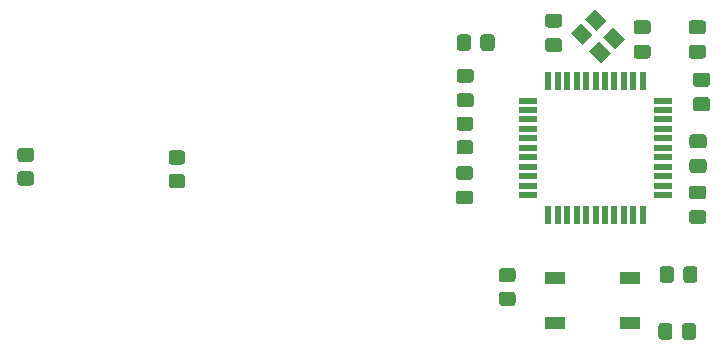
<source format=gbr>
%TF.GenerationSoftware,KiCad,Pcbnew,(5.1.10)-1*%
%TF.CreationDate,2021-11-19T23:24:49+01:00*%
%TF.ProjectId,Labbe,4c616262-652e-46b6-9963-61645f706362,rev?*%
%TF.SameCoordinates,Original*%
%TF.FileFunction,Paste,Top*%
%TF.FilePolarity,Positive*%
%FSLAX46Y46*%
G04 Gerber Fmt 4.6, Leading zero omitted, Abs format (unit mm)*
G04 Created by KiCad (PCBNEW (5.1.10)-1) date 2021-11-19 23:24:49*
%MOMM*%
%LPD*%
G01*
G04 APERTURE LIST*
%ADD10R,1.700000X1.000000*%
%ADD11R,1.500000X0.550000*%
%ADD12R,0.550000X1.500000*%
%ADD13C,0.100000*%
G04 APERTURE END LIST*
%TO.C,C1*%
G36*
G01*
X236682300Y-73968100D02*
X235732300Y-73968100D01*
G75*
G02*
X235482300Y-73718100I0J250000D01*
G01*
X235482300Y-73043100D01*
G75*
G02*
X235732300Y-72793100I250000J0D01*
G01*
X236682300Y-72793100D01*
G75*
G02*
X236932300Y-73043100I0J-250000D01*
G01*
X236932300Y-73718100D01*
G75*
G02*
X236682300Y-73968100I-250000J0D01*
G01*
G37*
G36*
G01*
X236682300Y-76043100D02*
X235732300Y-76043100D01*
G75*
G02*
X235482300Y-75793100I0J250000D01*
G01*
X235482300Y-75118100D01*
G75*
G02*
X235732300Y-74868100I250000J0D01*
G01*
X236682300Y-74868100D01*
G75*
G02*
X236932300Y-75118100I0J-250000D01*
G01*
X236932300Y-75793100D01*
G75*
G02*
X236682300Y-76043100I-250000J0D01*
G01*
G37*
%TD*%
%TO.C,C2*%
G36*
G01*
X229189300Y-75484300D02*
X228239300Y-75484300D01*
G75*
G02*
X227989300Y-75234300I0J250000D01*
G01*
X227989300Y-74559300D01*
G75*
G02*
X228239300Y-74309300I250000J0D01*
G01*
X229189300Y-74309300D01*
G75*
G02*
X229439300Y-74559300I0J-250000D01*
G01*
X229439300Y-75234300D01*
G75*
G02*
X229189300Y-75484300I-250000J0D01*
G01*
G37*
G36*
G01*
X229189300Y-73409300D02*
X228239300Y-73409300D01*
G75*
G02*
X227989300Y-73159300I0J250000D01*
G01*
X227989300Y-72484300D01*
G75*
G02*
X228239300Y-72234300I250000J0D01*
G01*
X229189300Y-72234300D01*
G75*
G02*
X229439300Y-72484300I0J-250000D01*
G01*
X229439300Y-73159300D01*
G75*
G02*
X229189300Y-73409300I-250000J0D01*
G01*
G37*
%TD*%
%TO.C,C3*%
G36*
G01*
X241419400Y-85711700D02*
X240469400Y-85711700D01*
G75*
G02*
X240219400Y-85461700I0J250000D01*
G01*
X240219400Y-84786700D01*
G75*
G02*
X240469400Y-84536700I250000J0D01*
G01*
X241419400Y-84536700D01*
G75*
G02*
X241669400Y-84786700I0J-250000D01*
G01*
X241669400Y-85461700D01*
G75*
G02*
X241419400Y-85711700I-250000J0D01*
G01*
G37*
G36*
G01*
X241419400Y-83636700D02*
X240469400Y-83636700D01*
G75*
G02*
X240219400Y-83386700I0J250000D01*
G01*
X240219400Y-82711700D01*
G75*
G02*
X240469400Y-82461700I250000J0D01*
G01*
X241419400Y-82461700D01*
G75*
G02*
X241669400Y-82711700I0J-250000D01*
G01*
X241669400Y-83386700D01*
G75*
G02*
X241419400Y-83636700I-250000J0D01*
G01*
G37*
%TD*%
%TO.C,C8*%
G36*
G01*
X241355900Y-76043100D02*
X240405900Y-76043100D01*
G75*
G02*
X240155900Y-75793100I0J250000D01*
G01*
X240155900Y-75118100D01*
G75*
G02*
X240405900Y-74868100I250000J0D01*
G01*
X241355900Y-74868100D01*
G75*
G02*
X241605900Y-75118100I0J-250000D01*
G01*
X241605900Y-75793100D01*
G75*
G02*
X241355900Y-76043100I-250000J0D01*
G01*
G37*
G36*
G01*
X241355900Y-73968100D02*
X240405900Y-73968100D01*
G75*
G02*
X240155900Y-73718100I0J250000D01*
G01*
X240155900Y-73043100D01*
G75*
G02*
X240405900Y-72793100I250000J0D01*
G01*
X241355900Y-72793100D01*
G75*
G02*
X241605900Y-73043100I0J-250000D01*
G01*
X241605900Y-73718100D01*
G75*
G02*
X241355900Y-73968100I-250000J0D01*
G01*
G37*
%TD*%
%TO.C,C9*%
G36*
G01*
X241711500Y-78413100D02*
X240761500Y-78413100D01*
G75*
G02*
X240511500Y-78163100I0J250000D01*
G01*
X240511500Y-77488100D01*
G75*
G02*
X240761500Y-77238100I250000J0D01*
G01*
X241711500Y-77238100D01*
G75*
G02*
X241961500Y-77488100I0J-250000D01*
G01*
X241961500Y-78163100D01*
G75*
G02*
X241711500Y-78413100I-250000J0D01*
G01*
G37*
G36*
G01*
X241711500Y-80488100D02*
X240761500Y-80488100D01*
G75*
G02*
X240511500Y-80238100I0J250000D01*
G01*
X240511500Y-79563100D01*
G75*
G02*
X240761500Y-79313100I250000J0D01*
G01*
X241711500Y-79313100D01*
G75*
G02*
X241961500Y-79563100I0J-250000D01*
G01*
X241961500Y-80238100D01*
G75*
G02*
X241711500Y-80488100I-250000J0D01*
G01*
G37*
%TD*%
%TO.C,C10*%
G36*
G01*
X220695500Y-85137500D02*
X221645500Y-85137500D01*
G75*
G02*
X221895500Y-85387500I0J-250000D01*
G01*
X221895500Y-86062500D01*
G75*
G02*
X221645500Y-86312500I-250000J0D01*
G01*
X220695500Y-86312500D01*
G75*
G02*
X220445500Y-86062500I0J250000D01*
G01*
X220445500Y-85387500D01*
G75*
G02*
X220695500Y-85137500I250000J0D01*
G01*
G37*
G36*
G01*
X220695500Y-87212500D02*
X221645500Y-87212500D01*
G75*
G02*
X221895500Y-87462500I0J-250000D01*
G01*
X221895500Y-88137500D01*
G75*
G02*
X221645500Y-88387500I-250000J0D01*
G01*
X220695500Y-88387500D01*
G75*
G02*
X220445500Y-88137500I0J250000D01*
G01*
X220445500Y-87462500D01*
G75*
G02*
X220695500Y-87212500I250000J0D01*
G01*
G37*
%TD*%
%TO.C,C11*%
G36*
G01*
X221696300Y-78082900D02*
X220746300Y-78082900D01*
G75*
G02*
X220496300Y-77832900I0J250000D01*
G01*
X220496300Y-77157900D01*
G75*
G02*
X220746300Y-76907900I250000J0D01*
G01*
X221696300Y-76907900D01*
G75*
G02*
X221946300Y-77157900I0J-250000D01*
G01*
X221946300Y-77832900D01*
G75*
G02*
X221696300Y-78082900I-250000J0D01*
G01*
G37*
G36*
G01*
X221696300Y-80157900D02*
X220746300Y-80157900D01*
G75*
G02*
X220496300Y-79907900I0J250000D01*
G01*
X220496300Y-79232900D01*
G75*
G02*
X220746300Y-78982900I250000J0D01*
G01*
X221696300Y-78982900D01*
G75*
G02*
X221946300Y-79232900I0J-250000D01*
G01*
X221946300Y-79907900D01*
G75*
G02*
X221696300Y-80157900I-250000J0D01*
G01*
G37*
%TD*%
%TO.C,C12*%
G36*
G01*
X241381300Y-90038500D02*
X240431300Y-90038500D01*
G75*
G02*
X240181300Y-89788500I0J250000D01*
G01*
X240181300Y-89113500D01*
G75*
G02*
X240431300Y-88863500I250000J0D01*
G01*
X241381300Y-88863500D01*
G75*
G02*
X241631300Y-89113500I0J-250000D01*
G01*
X241631300Y-89788500D01*
G75*
G02*
X241381300Y-90038500I-250000J0D01*
G01*
G37*
G36*
G01*
X241381300Y-87963500D02*
X240431300Y-87963500D01*
G75*
G02*
X240181300Y-87713500I0J250000D01*
G01*
X240181300Y-87038500D01*
G75*
G02*
X240431300Y-86788500I250000J0D01*
G01*
X241381300Y-86788500D01*
G75*
G02*
X241631300Y-87038500I0J-250000D01*
G01*
X241631300Y-87713500D01*
G75*
G02*
X241381300Y-87963500I-250000J0D01*
G01*
G37*
%TD*%
%TO.C,R1*%
G36*
G01*
X196361899Y-83810800D02*
X197261901Y-83810800D01*
G75*
G02*
X197511900Y-84060799I0J-249999D01*
G01*
X197511900Y-84760801D01*
G75*
G02*
X197261901Y-85010800I-249999J0D01*
G01*
X196361899Y-85010800D01*
G75*
G02*
X196111900Y-84760801I0J249999D01*
G01*
X196111900Y-84060799D01*
G75*
G02*
X196361899Y-83810800I249999J0D01*
G01*
G37*
G36*
G01*
X196361899Y-85810800D02*
X197261901Y-85810800D01*
G75*
G02*
X197511900Y-86060799I0J-249999D01*
G01*
X197511900Y-86760801D01*
G75*
G02*
X197261901Y-87010800I-249999J0D01*
G01*
X196361899Y-87010800D01*
G75*
G02*
X196111900Y-86760801I0J249999D01*
G01*
X196111900Y-86060799D01*
G75*
G02*
X196361899Y-85810800I249999J0D01*
G01*
G37*
%TD*%
%TO.C,R2*%
G36*
G01*
X184460301Y-84788300D02*
X183560299Y-84788300D01*
G75*
G02*
X183310300Y-84538301I0J249999D01*
G01*
X183310300Y-83838299D01*
G75*
G02*
X183560299Y-83588300I249999J0D01*
G01*
X184460301Y-83588300D01*
G75*
G02*
X184710300Y-83838299I0J-249999D01*
G01*
X184710300Y-84538301D01*
G75*
G02*
X184460301Y-84788300I-249999J0D01*
G01*
G37*
G36*
G01*
X184460301Y-86788300D02*
X183560299Y-86788300D01*
G75*
G02*
X183310300Y-86538301I0J249999D01*
G01*
X183310300Y-85838299D01*
G75*
G02*
X183560299Y-85588300I249999J0D01*
G01*
X184460301Y-85588300D01*
G75*
G02*
X184710300Y-85838299I0J-249999D01*
G01*
X184710300Y-86538301D01*
G75*
G02*
X184460301Y-86788300I-249999J0D01*
G01*
G37*
%TD*%
%TO.C,R3*%
G36*
G01*
X237696700Y-94772901D02*
X237696700Y-93872899D01*
G75*
G02*
X237946699Y-93622900I249999J0D01*
G01*
X238646701Y-93622900D01*
G75*
G02*
X238896700Y-93872899I0J-249999D01*
G01*
X238896700Y-94772901D01*
G75*
G02*
X238646701Y-95022900I-249999J0D01*
G01*
X237946699Y-95022900D01*
G75*
G02*
X237696700Y-94772901I0J249999D01*
G01*
G37*
G36*
G01*
X239696700Y-94772901D02*
X239696700Y-93872899D01*
G75*
G02*
X239946699Y-93622900I249999J0D01*
G01*
X240646701Y-93622900D01*
G75*
G02*
X240896700Y-93872899I0J-249999D01*
G01*
X240896700Y-94772901D01*
G75*
G02*
X240646701Y-95022900I-249999J0D01*
G01*
X239946699Y-95022900D01*
G75*
G02*
X239696700Y-94772901I0J249999D01*
G01*
G37*
%TD*%
%TO.C,R4*%
G36*
G01*
X239575800Y-99586201D02*
X239575800Y-98686199D01*
G75*
G02*
X239825799Y-98436200I249999J0D01*
G01*
X240525801Y-98436200D01*
G75*
G02*
X240775800Y-98686199I0J-249999D01*
G01*
X240775800Y-99586201D01*
G75*
G02*
X240525801Y-99836200I-249999J0D01*
G01*
X239825799Y-99836200D01*
G75*
G02*
X239575800Y-99586201I0J249999D01*
G01*
G37*
G36*
G01*
X237575800Y-99586201D02*
X237575800Y-98686199D01*
G75*
G02*
X237825799Y-98436200I249999J0D01*
G01*
X238525801Y-98436200D01*
G75*
G02*
X238775800Y-98686199I0J-249999D01*
G01*
X238775800Y-99586201D01*
G75*
G02*
X238525801Y-99836200I-249999J0D01*
G01*
X237825799Y-99836200D01*
G75*
G02*
X237575800Y-99586201I0J249999D01*
G01*
G37*
%TD*%
%TO.C,R5*%
G36*
G01*
X225240001Y-96973700D02*
X224339999Y-96973700D01*
G75*
G02*
X224090000Y-96723701I0J249999D01*
G01*
X224090000Y-96023699D01*
G75*
G02*
X224339999Y-95773700I249999J0D01*
G01*
X225240001Y-95773700D01*
G75*
G02*
X225490000Y-96023699I0J-249999D01*
G01*
X225490000Y-96723701D01*
G75*
G02*
X225240001Y-96973700I-249999J0D01*
G01*
G37*
G36*
G01*
X225240001Y-94973700D02*
X224339999Y-94973700D01*
G75*
G02*
X224090000Y-94723701I0J249999D01*
G01*
X224090000Y-94023699D01*
G75*
G02*
X224339999Y-93773700I249999J0D01*
G01*
X225240001Y-93773700D01*
G75*
G02*
X225490000Y-94023699I0J-249999D01*
G01*
X225490000Y-94723701D01*
G75*
G02*
X225240001Y-94973700I-249999J0D01*
G01*
G37*
%TD*%
%TO.C,R6*%
G36*
G01*
X220513600Y-75138701D02*
X220513600Y-74238699D01*
G75*
G02*
X220763599Y-73988700I249999J0D01*
G01*
X221463601Y-73988700D01*
G75*
G02*
X221713600Y-74238699I0J-249999D01*
G01*
X221713600Y-75138701D01*
G75*
G02*
X221463601Y-75388700I-249999J0D01*
G01*
X220763599Y-75388700D01*
G75*
G02*
X220513600Y-75138701I0J249999D01*
G01*
G37*
G36*
G01*
X222513600Y-75138701D02*
X222513600Y-74238699D01*
G75*
G02*
X222763599Y-73988700I249999J0D01*
G01*
X223463601Y-73988700D01*
G75*
G02*
X223713600Y-74238699I0J-249999D01*
G01*
X223713600Y-75138701D01*
G75*
G02*
X223463601Y-75388700I-249999J0D01*
G01*
X222763599Y-75388700D01*
G75*
G02*
X222513600Y-75138701I0J249999D01*
G01*
G37*
%TD*%
%TO.C,R7*%
G36*
G01*
X221645901Y-82150000D02*
X220745899Y-82150000D01*
G75*
G02*
X220495900Y-81900001I0J249999D01*
G01*
X220495900Y-81199999D01*
G75*
G02*
X220745899Y-80950000I249999J0D01*
G01*
X221645901Y-80950000D01*
G75*
G02*
X221895900Y-81199999I0J-249999D01*
G01*
X221895900Y-81900001D01*
G75*
G02*
X221645901Y-82150000I-249999J0D01*
G01*
G37*
G36*
G01*
X221645901Y-84150000D02*
X220745899Y-84150000D01*
G75*
G02*
X220495900Y-83900001I0J249999D01*
G01*
X220495900Y-83199999D01*
G75*
G02*
X220745899Y-82950000I249999J0D01*
G01*
X221645901Y-82950000D01*
G75*
G02*
X221895900Y-83199999I0J-249999D01*
G01*
X221895900Y-83900001D01*
G75*
G02*
X221645901Y-84150000I-249999J0D01*
G01*
G37*
%TD*%
D10*
%TO.C,SW1*%
X228854000Y-94615000D03*
X235154000Y-94615000D03*
X228854000Y-98415000D03*
X235154000Y-98415000D03*
%TD*%
D11*
%TO.C,U4*%
X237970300Y-87591400D03*
X237970300Y-86791400D03*
X237970300Y-85991400D03*
X237970300Y-85191400D03*
X237970300Y-84391400D03*
X237970300Y-83591400D03*
X237970300Y-82791400D03*
X237970300Y-81991400D03*
X237970300Y-81191400D03*
X237970300Y-80391400D03*
X237970300Y-79591400D03*
D12*
X236270300Y-77891400D03*
X235470300Y-77891400D03*
X234670300Y-77891400D03*
X233870300Y-77891400D03*
X233070300Y-77891400D03*
X232270300Y-77891400D03*
X231470300Y-77891400D03*
X230670300Y-77891400D03*
X229870300Y-77891400D03*
X229070300Y-77891400D03*
X228270300Y-77891400D03*
D11*
X226570300Y-79591400D03*
X226570300Y-80391400D03*
X226570300Y-81191400D03*
X226570300Y-81991400D03*
X226570300Y-82791400D03*
X226570300Y-83591400D03*
X226570300Y-84391400D03*
X226570300Y-85191400D03*
X226570300Y-85991400D03*
X226570300Y-86791400D03*
X226570300Y-87591400D03*
D12*
X228270300Y-89291400D03*
X229070300Y-89291400D03*
X229870300Y-89291400D03*
X230670300Y-89291400D03*
X231470300Y-89291400D03*
X232270300Y-89291400D03*
X233070300Y-89291400D03*
X233870300Y-89291400D03*
X234670300Y-89291400D03*
X235470300Y-89291400D03*
X236270300Y-89291400D03*
%TD*%
D13*
%TO.C,Y1*%
G36*
X234745174Y-74371946D02*
G01*
X233896646Y-75220474D01*
X232906696Y-74230524D01*
X233755224Y-73381996D01*
X234745174Y-74371946D01*
G37*
G36*
X233189539Y-72816311D02*
G01*
X232341011Y-73664839D01*
X231351061Y-72674889D01*
X232199589Y-71826361D01*
X233189539Y-72816311D01*
G37*
G36*
X231987458Y-74018392D02*
G01*
X231138930Y-74866920D01*
X230148980Y-73876970D01*
X230997508Y-73028442D01*
X231987458Y-74018392D01*
G37*
G36*
X233543093Y-75574027D02*
G01*
X232694565Y-76422555D01*
X231704615Y-75432605D01*
X232553143Y-74584077D01*
X233543093Y-75574027D01*
G37*
%TD*%
M02*

</source>
